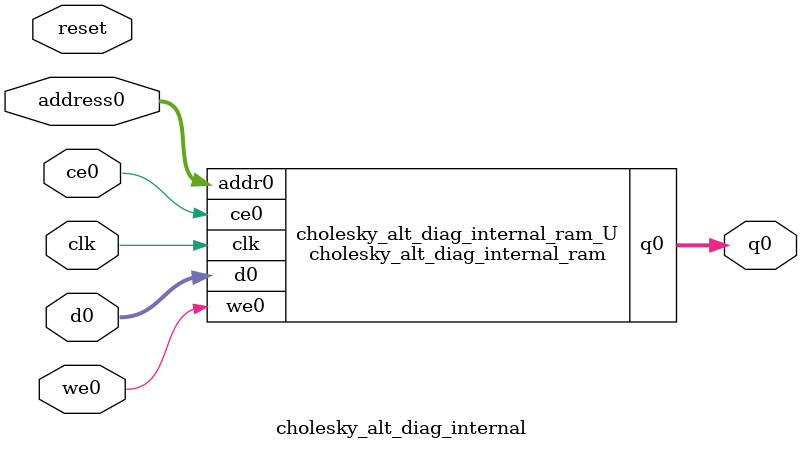
<source format=v>
`timescale 1 ns / 1 ps
module cholesky_alt_diag_internal_ram (addr0, ce0, d0, we0, q0,  clk);

parameter DWIDTH = 32;
parameter AWIDTH = 7;
parameter MEM_SIZE = 66;

input[AWIDTH-1:0] addr0;
input ce0;
input[DWIDTH-1:0] d0;
input we0;
output reg[DWIDTH-1:0] q0;
input clk;

(* ram_style = "block" *)reg [DWIDTH-1:0] ram[0:MEM_SIZE-1];




always @(posedge clk)  
begin 
    if (ce0) 
    begin
        if (we0) 
        begin 
            ram[addr0] <= d0; 
        end 
        q0 <= ram[addr0];
    end
end


endmodule

`timescale 1 ns / 1 ps
module cholesky_alt_diag_internal(
    reset,
    clk,
    address0,
    ce0,
    we0,
    d0,
    q0);

parameter DataWidth = 32'd32;
parameter AddressRange = 32'd66;
parameter AddressWidth = 32'd7;
input reset;
input clk;
input[AddressWidth - 1:0] address0;
input ce0;
input we0;
input[DataWidth - 1:0] d0;
output[DataWidth - 1:0] q0;



cholesky_alt_diag_internal_ram cholesky_alt_diag_internal_ram_U(
    .clk( clk ),
    .addr0( address0 ),
    .ce0( ce0 ),
    .we0( we0 ),
    .d0( d0 ),
    .q0( q0 ));

endmodule


</source>
